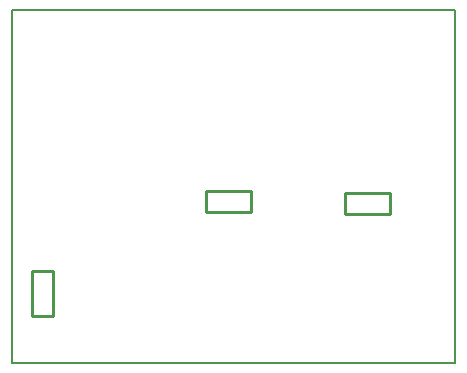
<source format=gm1>
%FSLAX25Y25*%
%MOIN*%
G70*
G01*
G75*
G04 Layer_Color=16711935*
%ADD10C,0.01713*%
%ADD11R,0.01969X0.01969*%
%ADD12R,0.01969X0.01969*%
%ADD13O,0.02756X0.01181*%
%ADD14O,0.01181X0.02756*%
%ADD15R,0.04724X0.06693*%
%ADD16R,0.03543X0.03150*%
%ADD17R,0.03150X0.03543*%
%ADD18R,0.03937X0.07874*%
%ADD19R,0.02362X0.01969*%
%ADD20R,0.06693X0.03150*%
%ADD21C,0.00787*%
%ADD22R,0.18504X0.18504*%
%ADD23R,0.04134X0.04134*%
%ADD24R,0.08858X0.04134*%
%ADD25O,0.06693X0.02165*%
%ADD26R,0.06693X0.05906*%
%ADD27O,0.00787X0.01969*%
%ADD28O,0.01969X0.00787*%
%ADD29R,0.01969X0.01378*%
%ADD30C,0.01969*%
%ADD31C,0.01000*%
%ADD32C,0.00787*%
%ADD33C,0.02362*%
%ADD34C,0.01575*%
%ADD35C,0.05906*%
%ADD36C,0.06693*%
%ADD37C,0.01772*%
%ADD38C,0.02598*%
%ADD39C,0.02362*%
%ADD40C,0.11811*%
%ADD41R,0.04724X0.05315*%
%ADD42R,0.03937X0.01378*%
%ADD43C,0.02756*%
%ADD44R,0.04000X0.09500*%
%ADD45C,0.00394*%
%ADD46C,0.01181*%
%ADD47C,0.00984*%
%ADD48C,0.00472*%
%ADD49C,0.00591*%
%ADD50C,0.00709*%
%ADD51C,0.00276*%
%ADD52R,0.02769X0.02769*%
%ADD53R,0.02769X0.02769*%
%ADD54O,0.03150X0.01575*%
%ADD55O,0.01575X0.03150*%
%ADD56R,0.05118X0.07087*%
%ADD57R,0.04343X0.03950*%
%ADD58R,0.03950X0.04343*%
%ADD59R,0.04737X0.08674*%
%ADD60R,0.03162X0.02769*%
%ADD61R,0.07493X0.03950*%
%ADD62C,0.01339*%
%ADD63R,0.19304X0.19304*%
%ADD64R,0.04934X0.04934*%
%ADD65R,0.09658X0.04934*%
%ADD66O,0.07493X0.02965*%
%ADD67R,0.07087X0.06299*%
%ADD68O,0.01181X0.02362*%
%ADD69O,0.02362X0.01181*%
%ADD70R,0.02598X0.02008*%
%ADD71C,0.00800*%
%ADD72C,0.06706*%
%ADD73C,0.07493*%
%ADD74C,0.12611*%
%ADD75R,0.05039X0.05630*%
%ADD76R,0.04252X0.01693*%
%ADD77C,0.03398*%
D31*
X64500Y50500D02*
X79500D01*
X64500D02*
Y57500D01*
X79500D01*
Y50500D02*
Y57500D01*
X13500Y16000D02*
Y31000D01*
X6500Y16000D02*
X13500D01*
X6500D02*
Y31000D01*
X13500D01*
X111000Y50000D02*
X126000D01*
Y57000D01*
X111000D02*
X126000D01*
X111000Y50000D02*
Y57000D01*
D32*
X100Y200D02*
X147738D01*
X119Y117960D02*
X147740D01*
X147757Y243D02*
Y117943D01*
X119Y243D02*
Y117960D01*
M02*

</source>
